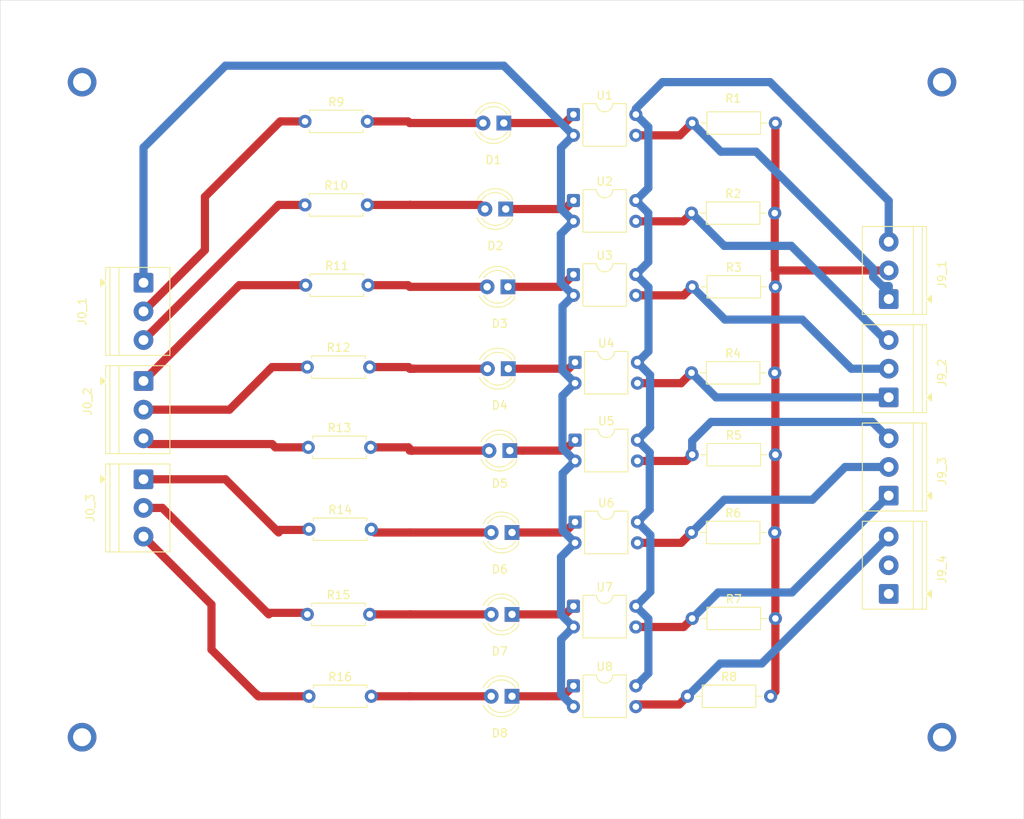
<source format=kicad_pcb>
(kicad_pcb (version 20241229) (generator "pcbnew") (generator_version "9.0")
  (layers (0 "F.Cu" signal) (2 "B.Cu" signal) (13 "F.Paste" user) (15 "B.Paste" user) (5 "F.SilkS" user "F.Silkscreen") (7 "B.SilkS" user "B.Silkscreen") (1 "F.Mask" user) (3 "B.Mask" user) (25 "Edge.Cuts" user))
  (net 0 "")
  (net 1 "Net-(D1-A)")
  (net 2 "Net-(D1-K)")
  (net 3 "Net-(D2-K)")
  (net 4 "Net-(D2-A)")
  (net 5 "Net-(D3-K)")
  (net 6 "Net-(D3-A)")
  (net 7 "Net-(D4-A)")
  (net 8 "Net-(D4-K)")
  (net 9 "Net-(D5-K)")
  (net 10 "Net-(D5-A)")
  (net 11 "Net-(D6-A)")
  (net 12 "Net-(D6-K)")
  (net 13 "Net-(D7-A)")
  (net 14 "Net-(D7-K)")
  (net 15 "Net-(D8-A)")
  (net 16 "Net-(D8-K)")
  (net 17 "Net-(J0_1-Pin_1)")
  (net 18 "Net-(J0_1-Pin_2)")
  (net 19 "Net-(J0_1-Pin_3)")
  (net 20 "Net-(J0_2-Pin_3)")
  (net 21 "Net-(J0_2-Pin_2)")
  (net 22 "Net-(J0_2-Pin_1)")
  (net 23 "Net-(J0_3-Pin_2)")
  (net 24 "Net-(J0_3-Pin_1)")
  (net 25 "Net-(J0_3-Pin_3)")
  (net 26 "Net-(J9_1-Pin_2)")
  (net 27 "Net-(J9_1-Pin_3)")
  (net 28 "Net-(J9_1-Pin_1)")
  (net 29 "Net-(J9_2-Pin_3)")
  (net 30 "Net-(J9_2-Pin_2)")
  (net 31 "Net-(J9_2-Pin_1)")
  (net 32 "Net-(J9_3-Pin_1)")
  (net 33 "Net-(J9_3-Pin_3)")
  (net 34 "Net-(J9_3-Pin_2)")
  (net 37 "Net-(J9_4-Pin_3)")
  (footprint "LED_THT:LED_D4.0mm" (layer "F.Cu") (at 172.5 115 180)
    (property "Reference" "D7" (at 1.5 -4.5 0) (layer "F.SilkS"))
    (property "Value" "LED" (hide yes))
    (pad "1" thru_hole rect (at 0 0 180) (size 1.8 1.8) (drill 0.9) (layers "*.Cu" "*.Mask") (net 14 "Net-(D7-K)"))
    (pad "2" thru_hole circle (at 2.54 0 180) (size 1.8 1.8) (drill 0.9) (layers "*.Cu" "*.Mask") (net 13 "Net-(D7-A)"))
  )
  (footprint "Package_DIP:DIP-4_W7.62mm" (layer "F.Cu") (at 180.195 84.225)
    (property "Reference" "U4" (at 3.81 -2.33 0) (layer "F.SilkS"))
    (property "Value" "TLP521-1" (hide yes))
    (pad "1" thru_hole roundrect (at 0 0) (size 1.6 1.6) (drill 0.8) (layers "*.Cu" "*.Mask") (roundrect_rratio 0.15625) (net 8 "Net-(D4-K)"))
    (pad "2" thru_hole circle (at 0 2.54) (size 1.6 1.6) (drill 0.8) (layers "*.Cu" "*.Mask") (net 17 "Net-(J0_1-Pin_1)"))
    (pad "3" thru_hole circle (at 7.62 2.54) (size 1.6 1.6) (drill 0.8) (layers "*.Cu" "*.Mask") (net 31 "Net-(J9_2-Pin_1)"))
    (pad "4" thru_hole circle (at 7.62 0) (size 1.6 1.6) (drill 0.8) (layers "*.Cu" "*.Mask") (net 27 "Net-(J9_1-Pin_3)"))
  )
  (footprint "MountingHole:MountingHole_2.2mm_M2_ISO7380_Pad" (layer "F.Cu") (at 120 130)
    (property "Reference" "H4" (hide yes))
    (property "Value" "MountingHole_2.2mm_M2_ISO7380_Pad" (hide yes))
    (pad "1" thru_hole circle (at 0 0) (size 3.5 3.5) (drill 2.2) (layers "*.Cu" "*.Mask"))
  )
  (footprint "Package_DIP:DIP-4_W7.62mm" (layer "F.Cu") (at 180 53.96)
    (property "Reference" "U1" (at 3.81 -2.33 0) (layer "F.SilkS"))
    (property "Value" "TLP521-1" (hide yes))
    (pad "1" thru_hole roundrect (at 0 0) (size 1.6 1.6) (drill 0.8) (layers "*.Cu" "*.Mask") (roundrect_rratio 0.15625) (net 2 "Net-(D1-K)"))
    (pad "2" thru_hole circle (at 0 2.54) (size 1.6 1.6) (drill 0.8) (layers "*.Cu" "*.Mask") (net 17 "Net-(J0_1-Pin_1)"))
    (pad "3" thru_hole circle (at 7.62 2.54) (size 1.6 1.6) (drill 0.8) (layers "*.Cu" "*.Mask") (net 28 "Net-(J9_1-Pin_1)"))
    (pad "4" thru_hole circle (at 7.62 0) (size 1.6 1.6) (drill 0.8) (layers "*.Cu" "*.Mask") (net 27 "Net-(J9_1-Pin_3)"))
  )
  (footprint "LED_THT:LED_D4.0mm" (layer "F.Cu") (at 171.73 65.5 180)
    (property "Reference" "D2" (at 1.27 -4.5 0) (layer "F.SilkS"))
    (property "Value" "LED" (hide yes))
    (pad "1" thru_hole rect (at 0 0 180) (size 1.8 1.8) (drill 0.9) (layers "*.Cu" "*.Mask") (net 3 "Net-(D2-K)"))
    (pad "2" thru_hole circle (at 2.54 0 180) (size 1.8 1.8) (drill 0.9) (layers "*.Cu" "*.Mask") (net 4 "Net-(D2-A)"))
  )
  (footprint "Resistor_THT:R_Axial_DIN0207_L6.3mm_D2.5mm_P10.16mm_Horizontal" (layer "F.Cu") (at 194.42 105)
    (property "Reference" "R6" (at 5.08 -2.37 0) (layer "F.SilkS"))
    (property "Value" "560 Ω   1/4 W" (hide yes))
    (pad "1" thru_hole circle (at 0 0) (size 1.6 1.6) (drill 0.8) (layers "*.Cu" "*.Mask") (net 34 "Net-(J9_3-Pin_2)"))
    (pad "2" thru_hole circle (at 10.16 0) (size 1.6 1.6) (drill 0.8) (layers "*.Cu" "*.Mask") (net 26 "Net-(J9_1-Pin_2)"))
  )
  (footprint "Resistor_THT:R_Axial_DIN0207_L6.3mm_D2.5mm_P10.16mm_Horizontal" (layer "F.Cu") (at 194.5 55)
    (property "Reference" "R1" (at 5 -3 0) (layer "F.SilkS"))
    (property "Value" "560 Ω   1/4 W" (hide yes))
    (pad "1" thru_hole circle (at 0 0) (size 1.6 1.6) (drill 0.8) (layers "*.Cu" "*.Mask") (net 28 "Net-(J9_1-Pin_1)"))
    (pad "2" thru_hole circle (at 10.16 0) (size 1.6 1.6) (drill 0.8) (layers "*.Cu" "*.Mask") (net 26 "Net-(J9_1-Pin_2)"))
  )
  (footprint "MountingHole:MountingHole_2.2mm_M2_ISO7380_Pad" (layer "F.Cu") (at 225 50)
    (property "Reference" "H2" (hide yes))
    (property "Value" "MountingHole_2.2mm_M2_ISO7380_Pad" (hide yes))
    (pad "1" thru_hole circle (at 0 0) (size 3.5 3.5) (drill 2.2) (layers "*.Cu" "*.Mask"))
  )
  (footprint "TerminalBlock_Phoenix:TerminalBlock_Phoenix_PT-1,5-3-3.5-H_1x03_P3.50mm_Horizontal" (layer "F.Cu") (at 218.5 88.5 90)
    (property "Reference" "J9_2" (at 3 6.5 90) (layer "F.SilkS"))
    (property "Value" "Screw_Terminal_01x03" (hide yes))
    (pad "1" thru_hole roundrect (at 0 0 90) (size 2.4 2.4) (drill 1.2) (layers "*.Cu" "*.Mask") (roundrect_rratio 0.104167) (net 31 "Net-(J9_2-Pin_1)"))
    (pad "2" thru_hole circle (at 3.5 0 90) (size 2.4 2.4) (drill 1.2) (layers "*.Cu" "*.Mask") (net 30 "Net-(J9_2-Pin_2)"))
    (pad "3" thru_hole circle (at 7 0 90) (size 2.4 2.4) (drill 1.2) (layers "*.Cu" "*.Mask") (net 29 "Net-(J9_2-Pin_3)"))
  )
  (footprint "LED_THT:LED_D4.0mm" (layer "F.Cu") (at 172.23 95 180)
    (property "Reference" "D5" (at 1.23 -4 0) (layer "F.SilkS"))
    (property "Value" "LED" (hide yes))
    (pad "1" thru_hole rect (at 0 0 180) (size 1.8 1.8) (drill 0.9) (layers "*.Cu" "*.Mask") (net 9 "Net-(D5-K)"))
    (pad "2" thru_hole circle (at 2.54 0 180) (size 1.8 1.8) (drill 0.9) (layers "*.Cu" "*.Mask") (net 10 "Net-(D5-A)"))
  )
  (footprint "TerminalBlock_Phoenix:TerminalBlock_Phoenix_PT-1,5-3-3.5-H_1x03_P3.50mm_Horizontal" (layer "F.Cu") (at 218.5 112.5 90)
    (property "Reference" "J9_4" (at 3 6.5 90) (layer "F.SilkS"))
    (property "Value" "Screw_Terminal_01x03" (hide yes))
    (pad "1" thru_hole roundrect (at 0 0 90) (size 2.4 2.4) (drill 1.2) (layers "*.Cu" "*.Mask") (roundrect_rratio 0.104167))
    (pad "2" thru_hole circle (at 3.5 0 90) (size 2.4 2.4) (drill 1.2) (layers "*.Cu" "*.Mask"))
    (pad "3" thru_hole circle (at 7 0 90) (size 2.4 2.4) (drill 1.2) (layers "*.Cu" "*.Mask") (net 37 "Net-(J9_4-Pin_3)"))
  )
  (footprint "MountingHole:MountingHole_2.2mm_M2_ISO7380_Pad" (layer "F.Cu") (at 120 50)
    (property "Reference" "H1" (hide yes))
    (property "Value" "MountingHole_2.2mm_M2_ISO7380_Pad" (hide yes))
    (pad "1" thru_hole circle (at 0 0) (size 3.5 3.5) (drill 2.2) (layers "*.Cu" "*.Mask"))
  )
  (footprint "Resistor_THT:R_Axial_DIN0207_L6.3mm_D2.5mm_P10.16mm_Horizontal" (layer "F.Cu") (at 194.5 75)
    (property "Reference" "R3" (at 5.08 -2.37 0) (layer "F.SilkS"))
    (property "Value" "560 Ω   1/4 W" (hide yes))
    (pad "1" thru_hole circle (at 0 0) (size 1.6 1.6) (drill 0.8) (layers "*.Cu" "*.Mask") (net 30 "Net-(J9_2-Pin_2)"))
    (pad "2" thru_hole circle (at 10.16 0) (size 1.6 1.6) (drill 0.8) (layers "*.Cu" "*.Mask") (net 26 "Net-(J9_1-Pin_2)"))
  )
  (footprint "Resistor_THT:R_Axial_DIN0207_L6.3mm_D2.5mm_P7.62mm_Horizontal" (layer "F.Cu") (at 147.5 84.8)
    (property "Reference" "R12" (at 3.81 -2.37 0) (layer "F.SilkS"))
    (property "Value" "R_US")
    (pad "1" thru_hole circle (at 0 0) (size 1.6 1.6) (drill 0.8) (layers "*.Cu" "*.Mask") (net 21 "Net-(J0_2-Pin_2)"))
    (pad "2" thru_hole circle (at 7.62 0) (size 1.6 1.6) (drill 0.8) (layers "*.Cu" "*.Mask") (net 7 "Net-(D4-A)"))
  )
  (footprint "Resistor_THT:R_Axial_DIN0207_L6.3mm_D2.5mm_P10.16mm_Horizontal" (layer "F.Cu") (at 194.5 115.5)
    (property "Reference" "R7" (at 5.08 -2.37 0) (layer "F.SilkS"))
    (property "Value" "560 Ω   1/4 W" (hide yes))
    (pad "1" thru_hole circle (at 0 0) (size 1.6 1.6) (drill 0.8) (layers "*.Cu" "*.Mask") (net 32 "Net-(J9_3-Pin_1)"))
    (pad "2" thru_hole circle (at 10.16 0) (size 1.6 1.6) (drill 0.8) (layers "*.Cu" "*.Mask") (net 26 "Net-(J9_1-Pin_2)"))
  )
  (footprint "Resistor_THT:R_Axial_DIN0207_L6.3mm_D2.5mm_P10.16mm_Horizontal" (layer "F.Cu") (at 194.42 66)
    (property "Reference" "R2" (at 5.08 -2.37 0) (layer "F.SilkS"))
    (property "Value" "560 Ω   1/4 W" (hide yes))
    (pad "1" thru_hole circle (at 0 0) (size 1.6 1.6) (drill 0.8) (layers "*.Cu" "*.Mask") (net 29 "Net-(J9_2-Pin_3)"))
    (pad "2" thru_hole circle (at 10.16 0) (size 1.6 1.6) (drill 0.8) (layers "*.Cu" "*.Mask") (net 26 "Net-(J9_1-Pin_2)"))
  )
  (footprint "TerminalBlock_Phoenix:TerminalBlock_Phoenix_PT-1,5-3-3.5-H_1x03_P3.50mm_Horizontal" (layer "F.Cu") (at 218.5 76.5 90)
    (property "Reference" "J9_1" (at 3 6.5 90) (layer "F.SilkS"))
    (property "Value" "Screw_Terminal_01x03" (hide yes))
    (pad "1" thru_hole roundrect (at 0 0 90) (size 2.4 2.4) (drill 1.2) (layers "*.Cu" "*.Mask") (roundrect_rratio 0.104167) (net 28 "Net-(J9_1-Pin_1)"))
    (pad "2" thru_hole circle (at 3.5 0 90) (size 2.4 2.4) (drill 1.2) (layers "*.Cu" "*.Mask") (net 26 "Net-(J9_1-Pin_2)"))
    (pad "3" thru_hole circle (at 7 0 90) (size 2.4 2.4) (drill 1.2) (layers "*.Cu" "*.Mask") (net 27 "Net-(J9_1-Pin_3)"))
  )
  (footprint "TerminalBlock_Phoenix:TerminalBlock_Phoenix_PT-1,5-3-3.5-H_1x03_P3.50mm_Horizontal" (layer "F.Cu") (at 127.5 98.5 -90)
    (property "Reference" "J0_3" (at 3.5 6.5 90) (layer "F.SilkS"))
    (property "Value" "Screw_Terminal_01x03" (hide yes))
    (pad "1" thru_hole roundrect (at 0 0 270) (size 2.4 2.4) (drill 1.2) (layers "*.Cu" "*.Mask") (roundrect_rratio 0.104167) (net 24 "Net-(J0_3-Pin_1)"))
    (pad "2" thru_hole circle (at 3.5 0 270) (size 2.4 2.4) (drill 1.2) (layers "*.Cu" "*.Mask") (net 23 "Net-(J0_3-Pin_2)"))
    (pad "3" thru_hole circle (at 7 0 270) (size 2.4 2.4) (drill 1.2) (layers "*.Cu" "*.Mask") (net 25 "Net-(J0_3-Pin_3)"))
  )
  (footprint "Resistor_THT:R_Axial_DIN0207_L6.3mm_D2.5mm_P10.16mm_Horizontal" (layer "F.Cu") (at 194.5 95.5)
    (property "Reference" "R5" (at 5.08 -2.37 0) (layer "F.SilkS"))
    (property "Value" "560 Ω   1/4 W" (hide yes))
    (pad "1" thru_hole circle (at 0 0) (size 1.6 1.6) (drill 0.8) (layers "*.Cu" "*.Mask") (net 33 "Net-(J9_3-Pin_3)"))
    (pad "2" thru_hole circle (at 10.16 0) (size 1.6 1.6) (drill 0.8) (layers "*.Cu" "*.Mask") (net 26 "Net-(J9_1-Pin_2)"))
  )
  (footprint "Resistor_THT:R_Axial_DIN0207_L6.3mm_D2.5mm_P10.16mm_Horizontal" (layer "F.Cu") (at 194.42 85.5)
    (property "Reference" "R4" (at 5.08 -2.37 0) (layer "F.SilkS"))
    (property "Value" "560 Ω   1/4 W" (hide yes))
    (pad "1" thru_hole circle (at 0 0) (size 1.6 1.6) (drill 0.8) (layers "*.Cu" "*.Mask") (net 31 "Net-(J9_2-Pin_1)"))
    (pad "2" thru_hole circle (at 10.16 0) (size 1.6 1.6) (drill 0.8) (layers "*.Cu" "*.Mask") (net 26 "Net-(J9_1-Pin_2)"))
  )
  (footprint "Resistor_THT:R_Axial_DIN0207_L6.3mm_D2.5mm_P10.16mm_Horizontal" (layer "F.Cu") (at 193.92 125)
    (property "Reference" "R8" (at 5.08 -2.37 0) (layer "F.SilkS"))
    (property "Value" "560 Ω   1/4 W" (hide yes))
    (pad "1" thru_hole circle (at 0 0) (size 1.6 1.6) (drill 0.8) (layers "*.Cu" "*.Mask") (net 37 "Net-(J9_4-Pin_3)"))
    (pad "2" thru_hole circle (at 10.16 0) (size 1.6 1.6) (drill 0.8) (layers "*.Cu" "*.Mask") (net 26 "Net-(J9_1-Pin_2)"))
  )
  (footprint "MountingHole:MountingHole_2.2mm_M2_ISO7380_Pad" (layer "F.Cu") (at 225 130)
    (property "Reference" "H3" (hide yes))
    (property "Value" "MountingHole_2.2mm_M2_ISO7380_Pad" (hide yes))
    (pad "1" thru_hole circle (at 0 0) (size 3.5 3.5) (drill 2.2) (layers "*.Cu" "*.Mask"))
  )
  (footprint "TerminalBlock_Phoenix:TerminalBlock_Phoenix_PT-1,5-3-3.5-H_1x03_P3.50mm_Horizontal" (layer "F.Cu") (at 127.5 74.5 -90)
    (property "Reference" "J0_1" (at 3.5 7.5 90) (layer "F.SilkS"))
    (property "Value" "Screw_Terminal_01x03" (hide yes))
    (pad "1" thru_hole roundrect (at 0 0 270) (size 2.4 2.4) (drill 1.2) (layers "*.Cu" "*.Mask") (roundrect_rratio 0.104167) (net 17 "Net-(J0_1-Pin_1)"))
    (pad "2" thru_hole circle (at 3.5 0 270) (size 2.4 2.4) (drill 1.2) (layers "*.Cu" "*.Mask") (net 18 "Net-(J0_1-Pin_2)"))
    (pad "3" thru_hole circle (at 7 0 270) (size 2.4 2.4) (drill 1.2) (layers "*.Cu" "*.Mask") (net 19 "Net-(J0_1-Pin_3)"))
  )
  (footprint "Package_DIP:DIP-4_W7.62mm" (layer "F.Cu") (at 180 64.46)
    (property "Reference" "U2" (at 3.81 -2.33 0) (layer "F.SilkS"))
    (property "Value" "TLP521-1" (hide yes))
    (pad "1" thru_hole roundrect (at 0 0) (size 1.6 1.6) (drill 0.8) (layers "*.Cu" "*.Mask") (roundrect_rratio 0.15625) (net 3 "Net-(D2-K)"))
    (pad "2" thru_hole circle (at 0 2.54) (size 1.6 1.6) (drill 0.8) (layers "*.Cu" "*.Mask") (net 17 "Net-(J0_1-Pin_1)"))
    (pad "3" thru_hole circle (at 7.62 2.54) (size 1.6 1.6) (drill 0.8) (layers "*.Cu" "*.Mask") (net 29 "Net-(J9_2-Pin_3)"))
    (pad "4" thru_hole circle (at 7.62 0) (size 1.6 1.6) (drill 0.8) (layers "*.Cu" "*.Mask") (net 27 "Net-(J9_1-Pin_3)"))
  )
  (footprint "LED_THT:LED_D4.0mm" (layer "F.Cu") (at 172 75 180)
    (property "Reference" "D3" (at 1 -4.5 0) (layer "F.SilkS"))
    (property "Value" "LED" (hide yes))
    (pad "1" thru_hole rect (at 0 0 180) (size 1.8 1.8) (drill 0.9) (layers "*.Cu" "*.Mask") (net 5 "Net-(D3-K)"))
    (pad "2" thru_hole circle (at 2.54 0 180) (size 1.8 1.8) (drill 0.9) (layers "*.Cu" "*.Mask") (net 6 "Net-(D3-A)"))
  )
  (footprint "Resistor_THT:R_Axial_DIN0207_L6.3mm_D2.5mm_P7.62mm_Horizontal" (layer "F.Cu") (at 147.7 104.6)
    (property "Reference" "R14" (at 3.81 -2.37 0) (layer "F.SilkS"))
    (property "Value" "R_US")
    (pad "1" thru_hole circle (at 0 0) (size 1.6 1.6) (drill 0.8) (layers "*.Cu" "*.Mask") (net 24 "Net-(J0_3-Pin_1)"))
    (pad "2" thru_hole circle (at 7.62 0) (size 1.6 1.6) (drill 0.8) (layers "*.Cu" "*.Mask") (net 11 "Net-(D6-A)"))
  )
  (footprint "Package_DIP:DIP-4_W7.62mm" (layer "F.Cu") (at 180.195 93.725)
    (property "Reference" "U5" (at 3.81 -2.33 0) (layer "F.SilkS"))
    (property "Value" "TLP521-1" (hide yes))
    (pad "1" thru_hole roundrect (at 0 0) (size 1.6 1.6) (drill 0.8) (layers "*.Cu" "*.Mask") (roundrect_rratio 0.15625) (net 9 "Net-(D5-K)"))
    (pad "2" thru_hole circle (at 0 2.54) (size 1.6 1.6) (drill 0.8) (layers "*.Cu" "*.Mask") (net 17 "Net-(J0_1-Pin_1)"))
    (pad "3" thru_hole circle (at 7.62 2.54) (size 1.6 1.6) (drill 0.8) (layers "*.Cu" "*.Mask") (net 33 "Net-(J9_3-Pin_3)"))
    (pad "4" thru_hole circle (at 7.62 0) (size 1.6 1.6) (drill 0.8) (layers "*.Cu" "*.Mask") (net 27 "Net-(J9_1-Pin_3)"))
  )
  (footprint "Package_DIP:DIP-4_W7.62mm" (layer "F.Cu") (at 180 123.725)
    (property "Reference" "U8" (at 3.81 -2.33 0) (layer "F.SilkS"))
    (property "Value" "TLP521-1" (hide yes))
    (pad "1" thru_hole roundrect (at 0 0) (size 1.6 1.6) (drill 0.8) (layers "*.Cu" "*.Mask") (roundrect_rratio 0.15625) (net 16 "Net-(D8-K)"))
    (pad "2" thru_hole circle (at 0 2.54) (size 1.6 1.6) (drill 0.8) (layers "*.Cu" "*.Mask") (net 17 "Net-(J0_1-Pin_1)"))
    (pad "3" thru_hole circle (at 7.62 2.54) (size 1.6 1.6) (drill 0.8) (layers "*.Cu" "*.Mask") (net 37 "Net-(J9_4-Pin_3)"))
    (pad "4" thru_hole circle (at 7.62 0) (size 1.6 1.6) (drill 0.8) (layers "*.Cu" "*.Mask") (net 27 "Net-(J9_1-Pin_3)"))
  )
  (footprint "Resistor_THT:R_Axial_DIN0207_L6.3mm_D2.5mm_P7.62mm_Horizontal" (layer "F.Cu") (at 147.62 94.6)
    (property "Reference" "R13" (at 3.81 -2.37 0) (layer "F.SilkS"))
    (property "Value" "R_US")
    (pad "1" thru_hole circle (at 0 0) (size 1.6 1.6) (drill 0.8) (layers "*.Cu" "*.Mask") (net 20 "Net-(J0_2-Pin_3)"))
    (pad "2" thru_hole circle (at 7.62 0) (size 1.6 1.6) (drill 0.8) (layers "*.Cu" "*.Mask") (net 10 "Net-(D5-A)"))
  )
  (footprint "Package_DIP:DIP-4_W7.62mm" (layer "F.Cu") (at 180 114)
    (property "Reference" "U7" (at 3.81 -2.33 0) (layer "F.SilkS"))
    (property "Value" "TLP521-1" (hide yes))
    (pad "1" thru_hole roundrect (at 0 0) (size 1.6 1.6) (drill 0.8) (layers "*.Cu" "*.Mask") (roundrect_rratio 0.15625) (net 14 "Net-(D7-K)"))
    (pad "2" thru_hole circle (at 0 2.54) (size 1.6 1.6) (drill 0.8) (layers "*.Cu" "*.Mask") (net 17 "Net-(J0_1-Pin_1)"))
    (pad "3" thru_hole circle (at 7.62 2.54) (size 1.6 1.6) (drill 0.8) (layers "*.Cu" "*.Mask") (net 32 "Net-(J9_3-Pin_1)"))
    (pad "4" thru_hole circle (at 7.62 0) (size 1.6 1.6) (drill 0.8) (layers "*.Cu" "*.Mask") (net 27 "Net-(J9_1-Pin_3)"))
  )
  (footprint "Package_DIP:DIP-4_W7.62mm" (layer "F.Cu") (at 180 73.5)
    (property "Reference" "U3" (at 3.81 -2.33 0) (layer "F.SilkS"))
    (property "Value" "TLP521-1" (hide yes))
    (pad "1" thru_hole roundrect (at 0 0) (size 1.6 1.6) (drill 0.8) (layers "*.Cu" "*.Mask") (roundrect_rratio 0.15625) (net 5 "Net-(D3-K)"))
    (pad "2" thru_hole circle (at 0 2.54) (size 1.6 1.6) (drill 0.8) (layers "*.Cu" "*.Mask") (net 17 "Net-(J0_1-Pin_1)"))
    (pad "3" thru_hole circle (at 7.62 2.54) (size 1.6 1.6) (drill 0.8) (layers "*.Cu" "*.Mask") (net 30 "Net-(J9_2-Pin_2)"))
    (pad "4" thru_hole circle (at 7.62 0) (size 1.6 1.6) (drill 0.8) (layers "*.Cu" "*.Mask") (net 27 "Net-(J9_1-Pin_3)"))
  )
  (footprint "LED_THT:LED_D4.0mm" (layer "F.Cu") (at 172.04 85 180)
    (property "Reference" "D4" (at 1.04 -4.47 0) (layer "F.SilkS"))
    (property "Value" "LED" (hide yes))
    (pad "1" thru_hole rect (at 0 0 180) (size 1.8 1.8) (drill 0.9) (layers "*.Cu" "*.Mask") (net 8 "Net-(D4-K)"))
    (pad "2" thru_hole circle (at 2.54 0 180) (size 1.8 1.8) (drill 0.9) (layers "*.Cu" "*.Mask") (net 7 "Net-(D4-A)"))
  )
  (footprint "LED_THT:LED_D4.0mm" (layer "F.Cu") (at 172.5 105 180)
    (property "Reference" "D6" (at 1.5 -4.5 0) (layer "F.SilkS"))
    (property "Value" "LED" (hide yes))
    (pad "1" thru_hole rect (at 0 0 180) (size 1.8 1.8) (drill 0.9) (layers "*.Cu" "*.Mask") (net 12 "Net-(D6-K)"))
    (pad "2" thru_hole circle (at 2.54 0 180) (size 1.8 1.8) (drill 0.9) (layers "*.Cu" "*.Mask") (net 11 "Net-(D6-A)"))
  )
  (footprint "LED_THT:LED_D4.0mm" (layer "F.Cu") (at 172.5 125 180)
    (property "Reference" "D8" (at 1.5 -4.5 0) (layer "F.SilkS"))
    (property "Value" "LED" (hide yes))
    (pad "1" thru_hole rect (at 0 0 180) (size 1.8 1.8) (drill 0.9) (layers "*.Cu" "*.Mask") (net 16 "Net-(D8-K)"))
    (pad "2" thru_hole circle (at 2.54 0 180) (size 1.8 1.8) (drill 0.9) (layers "*.Cu" "*.Mask") (net 15 "Net-(D8-A)"))
  )
  (footprint "TerminalBlock_Phoenix:TerminalBlock_Phoenix_PT-1,5-3-3.5-H_1x03_P3.50mm_Horizontal" (layer "F.Cu") (at 127.5 86.5 -90)
    (property "Reference" "J0_2" (at 2.5 6.8325 90) (layer "F.SilkS"))
    (property "Value" "Screw_Terminal_01x03" (hide yes))
    (pad "1" thru_hole roundrect (at 0 0 270) (size 2.4 2.4) (drill 1.2) (layers "*.Cu" "*.Mask") (roundrect_rratio 0.104167) (net 22 "Net-(J0_2-Pin_1)"))
    (pad "2" thru_hole circle (at 3.5 0 270) (size 2.4 2.4) (drill 1.2) (layers "*.Cu" "*.Mask") (net 21 "Net-(J0_2-Pin_2)"))
    (pad "3" thru_hole circle (at 7 0 270) (size 2.4 2.4) (drill 1.2) (layers "*.Cu" "*.Mask") (net 20 "Net-(J0_2-Pin_3)"))
  )
  (footprint "TerminalBlock_Phoenix:TerminalBlock_Phoenix_PT-1,5-3-3.5-H_1x03_P3.50mm_Horizontal" (layer "F.Cu") (at 218.5 100.5 90)
    (property "Reference" "J9_3" (at 3 6.5 90) (layer "F.SilkS"))
    (property "Value" "Screw_Terminal_01x03" (hide yes))
    (pad "1" thru_hole roundrect (at 0 0 90) (size 2.4 2.4) (drill 1.2) (layers "*.Cu" "*.Mask") (roundrect_rratio 0.104167) (net 32 "Net-(J9_3-Pin_1)"))
    (pad "2" thru_hole circle (at 3.5 0 90) (size 2.4 2.4) (drill 1.2) (layers "*.Cu" "*.Mask") (net 34 "Net-(J9_3-Pin_2)"))
    (pad "3" thru_hole circle (at 7 0 90) (size 2.4 2.4) (drill 1.2) (layers "*.Cu" "*.Mask") (net 33 "Net-(J9_3-Pin_3)"))
  )
  (footprint "LED_THT:LED_D4.0mm" (layer "F.Cu") (at 171.5 55 180)
    (property "Reference" "D1" (at 1.27 -4.5 0) (layer "F.SilkS"))
    (property "Value" "LED" (hide yes))
    (pad "1" thru_hole rect (at 0 0 180) (size 1.8 1.8) (drill 0.9) (layers "*.Cu" "*.Mask") (net 2 "Net-(D1-K)"))
    (pad "2" thru_hole circle (at 2.54 0 180) (size 1.8 1.8) (drill 0.9) (layers "*.Cu" "*.Mask") (net 1 "Net-(D1-A)"))
  )
  (footprint "Resistor_THT:R_Axial_DIN0207_L6.3mm_D2.5mm_P7.62mm_Horizontal" (layer "F.Cu") (at 147.22 54.8)
    (property "Reference" "R9" (at 3.81 -2.37 0) (layer "F.SilkS"))
    (property "Value" "R_US")
    (pad "1" thru_hole circle (at 0 0) (size 1.6 1.6) (drill 0.8) (layers "*.Cu" "*.Mask") (net 18 "Net-(J0_1-Pin_2)"))
    (pad "2" thru_hole circle (at 7.62 0) (size 1.6 1.6) (drill 0.8) (layers "*.Cu" "*.Mask") (net 1 "Net-(D1-A)"))
  )
  (footprint "Resistor_THT:R_Axial_DIN0207_L6.3mm_D2.5mm_P7.62mm_Horizontal" (layer "F.Cu") (at 147.7 125)
    (property "Reference" "R16" (at 3.81 -2.37 0) (layer "F.SilkS"))
    (property "Value" "R_US")
    (pad "1" thru_hole circle (at 0 0) (size 1.6 1.6) (drill 0.8) (layers "*.Cu" "*.Mask") (net 25 "Net-(J0_3-Pin_3)"))
    (pad "2" thru_hole circle (at 7.62 0) (size 1.6 1.6) (drill 0.8) (layers "*.Cu" "*.Mask") (net 15 "Net-(D8-A)"))
  )
  (footprint "Resistor_THT:R_Axial_DIN0207_L6.3mm_D2.5mm_P7.62mm_Horizontal" (layer "F.Cu") (at 147.3 74.8)
    (property "Reference" "R11" (at 3.81 -2.37 0) (layer "F.SilkS"))
    (property "Value" "R_US")
    (pad "1" thru_hole circle (at 0 0) (size 1.6 1.6) (drill 0.8) (layers "*.Cu" "*.Mask") (net 22 "Net-(J0_2-Pin_1)"))
    (pad "2" thru_hole circle (at 7.62 0) (size 1.6 1.6) (drill 0.8) (layers "*.Cu" "*.Mask") (net 6 "Net-(D3-A)"))
  )
  (footprint "Resistor_THT:R_Axial_DIN0207_L6.3mm_D2.5mm_P7.62mm_Horizontal" (layer "F.Cu") (at 147.5 115)
    (property "Reference" "R15" (at 3.81 -2.37 0) (layer "F.SilkS"))
    (property "Value" "R_US")
    (pad "1" thru_hole circle (at 0 0) (size 1.6 1.6) (drill 0.8) (layers "*.Cu" "*.Mask") (net 23 "Net-(J0_3-Pin_2)"))
    (pad "2" thru_hole circle (at 7.62 0) (size 1.6 1.6) (drill 0.8) (layers "*.Cu" "*.Mask") (net 13 "Net-(D7-A)"))
  )
  (footprint "Resistor_THT:R_Axial_DIN0207_L6.3mm_D2.5mm_P7.62mm_Horizontal" (layer "F.Cu") (at 147.22 65)
    (property "Reference" "R10" (at 3.81 -2.37 0) (layer "F.SilkS"))
    (property "Value" "R_US")
    (pad "1" thru_hole circle (at 0 0) (size 1.6 1.6) (drill 0.8) (layers "*.Cu" "*.Mask") (net 19 "Net-(J0_1-Pin_3)"))
    (pad "2" thru_hole circle (at 7.62 0) (size 1.6 1.6) (drill 0.8) (layers "*.Cu" "*.Mask") (net 4 "Net-(D2-A)"))
  )
  (footprint "Package_DIP:DIP-4_W7.62mm" (layer "F.Cu") (at 180.195 103.725)
    (property "Reference" "U6" (at 3.81 -2.33 0) (layer "F.SilkS"))
    (property "Value" "TLP521-1" (hide yes))
    (pad "1" thru_hole roundrect (at 0 0) (size 1.6 1.6) (drill 0.8) (layers "*.Cu" "*.Mask") (roundrect_rratio 0.15625) (net 12 "Net-(D6-K)"))
    (pad "2" thru_hole circle (at 0 2.54) (size 1.6 1.6) (drill 0.8) (layers "*.Cu" "*.Mask") (net 17 "Net-(J0_1-Pin_1)"))
    (pad "3" thru_hole circle (at 7.62 2.54) (size 1.6 1.6) (drill 0.8) (layers "*.Cu" "*.Mask") (net 34 "Net-(J9_3-Pin_2)"))
    (pad "4" thru_hole circle (at 7.62 0) (size 1.6 1.6) (drill 0.8) (layers "*.Cu" "*.Mask") (net 27 "Net-(J9_1-Pin_3)"))
  )
  (gr_rect (start 110 40) (end 235 140) (stroke (width 0.05)) (fill no) (layer "Edge.Cuts"))
  (segment (start 159.8 54.8) (end 160 55) (width 1) (layer "F.Cu") (net 1))
  (segment (start 160 55) (end 168.96 55) (width 1) (layer "F.Cu") (net 1))
  (segment (start 154.84 54.8) (end 159.8 54.8) (width 1) (layer "F.Cu") (net 1))
  (segment (start 178.96 55) (end 180 53.96) (width 1) (layer "F.Cu") (net 2))
  (segment (start 171.5 55) (end 178.96 55) (width 1) (layer "F.Cu") (net 2))
  (segment (start 178.96 65.5) (end 180 64.46) (width 1) (layer "F.Cu") (net 3))
  (segment (start 171.73 65.5) (end 178.96 65.5) (width 1) (layer "F.Cu") (net 3))
  (segment (start 168.69 65) (end 169.19 65.5) (width 1) (layer "F.Cu") (net 4))
  (segment (start 154.84 65) (end 160.0089 65) (width 1) (layer "F.Cu") (net 4))
  (segment (start 160.0089 65) (end 160.0905 65) (width 1) (layer "F.Cu") (net 4))
  (segment (start 160.0089 65) (end 168.69 65) (width 1) (layer "F.Cu") (net 4))
  (segment (start 160 65) (end 160.0089 65) (width 1) (layer "F.Cu") (net 4))
  (segment (start 178.5 75) (end 180 73.5) (width 1) (layer "F.Cu") (net 5))
  (segment (start 172 75) (end 178.5 75) (width 1) (layer "F.Cu") (net 5))
  (segment (start 154.92 74.8) (end 159.8 74.8) (width 1) (layer "F.Cu") (net 6))
  (segment (start 159.8 74.8) (end 160 75) (width 1) (layer "F.Cu") (net 6))
  (segment (start 160 75) (end 169.46 75) (width 1) (layer "F.Cu") (net 6))
  (segment (start 160.0706 85) (end 160.5433 85) (width 1) (layer "F.Cu") (net 7))
  (segment (start 160.0706 85) (end 169.5 85) (width 1) (layer "F.Cu") (net 7))
  (segment (start 155.12 84.8) (end 159.8706 84.8) (width 1) (layer "F.Cu") (net 7))
  (segment (start 160 85) (end 160.0706 85) (width 1) (layer "F.Cu") (net 7))
  (segment (start 159.8706 84.8) (end 160.0706 85) (width 1) (layer "F.Cu") (net 7))
  (segment (start 179.42 85) (end 180.195 84.225) (width 1) (layer "F.Cu") (net 8))
  (segment (start 172.04 85) (end 179.42 85) (width 1) (layer "F.Cu") (net 8))
  (segment (start 173.832 95) (end 178.92 95) (width 1) (layer "F.Cu") (net 9))
  (segment (start 172.23 95) (end 173.832 95) (width 1) (layer "F.Cu") (net 9))
  (segment (start 178.92 95) (end 180.195 93.725) (width 1) (layer "F.Cu") (net 9))
  (segment (start 160.2519 95) (end 169.69 95) (width 1) (layer "F.Cu") (net 10))
  (segment (start 160.2519 95) (end 160.3622 95) (width 1) (layer "F.Cu") (net 10))
  (segment (start 155.24 94.6) (end 159.8519 94.6) (width 1) (layer "F.Cu") (net 10))
  (segment (start 160 95) (end 160.2519 95) (width 1) (layer "F.Cu") (net 10))
  (segment (start 159.8519 94.6) (end 160.2519 95) (width 1) (layer "F.Cu") (net 10))
  (segment (start 155.72 105) (end 160 105) (width 1) (layer "F.Cu") (net 11))
  (segment (start 155.32 104.6) (end 155.72 105) (width 1) (layer "F.Cu") (net 11))
  (segment (start 160.1811 105) (end 169.96 105) (width 1) (layer "F.Cu") (net 11))
  (segment (start 160 105) (end 160.1811 105) (width 1) (layer "F.Cu") (net 11))
  (segment (start 172.5 105) (end 178.92 105) (width 1) (layer "F.Cu") (net 12))
  (segment (start 178.92 105) (end 180.195 103.725) (width 1) (layer "F.Cu") (net 12))
  (segment (start 155.12 115) (end 160.1811 115) (width 1) (layer "F.Cu") (net 13))
  (segment (start 160 115) (end 169.96 115) (width 1) (layer "F.Cu") (net 13))
  (segment (start 172.5 115) (end 179 115) (width 1) (layer "F.Cu") (net 14))
  (segment (start 179 115) (end 180 114) (width 1) (layer "F.Cu") (net 14))
  (segment (start 160 125) (end 169.96 125) (width 1) (layer "F.Cu") (net 15))
  (segment (start 155.32 125) (end 160 125) (width 1) (layer "F.Cu") (net 15))
  (segment (start 178.725 125) (end 180 123.725) (width 1) (layer "F.Cu") (net 16))
  (segment (start 172.5 125) (end 178.725 125) (width 1) (layer "F.Cu") (net 16))
  (segment (start 178.664 85.2335) (end 180.195 86.765) (width 1) (layer "B.Cu") (net 17))
  (segment (start 178.493 124.758) (end 180 126.265) (width 1) (layer "B.Cu") (net 17))
  (segment (start 127.5 74.5) (end 127.5 58) (width 1) (layer "B.Cu") (net 17))
  (segment (start 180 67) (end 178.458 68.5415) (width 1) (layer "B.Cu") (net 17))
  (segment (start 137.5 48) (end 171.5 48) (width 1) (layer "B.Cu") (net 17))
  (segment (start 178.479 107.981) (end 178.479 115.019) (width 1) (layer "B.Cu") (net 17))
  (segment (start 178.683 104.753) (end 180.195 106.265) (width 1) (layer "B.Cu") (net 17))
  (segment (start 178.479 115.019) (end 180 116.54) (width 1) (layer "B.Cu") (net 17))
  (segment (start 180.195 86.765) (end 178.662 88.2977) (width 1) (layer "B.Cu") (net 17))
  (segment (start 178.479 65.4788) (end 180 67) (width 1) (layer "B.Cu") (net 17))
  (segment (start 178.479 58.0212) (end 178.479 65.4788) (width 1) (layer "B.Cu") (net 17))
  (segment (start 178.662 88.2977) (end 178.662 94.7323) (width 1) (layer "B.Cu") (net 17))
  (segment (start 180.195 96.265) (end 178.683 97.7774) (width 1) (layer "B.Cu") (net 17))
  (segment (start 178.664 77.3765) (end 178.664 85.2335) (width 1) (layer "B.Cu") (net 17))
  (segment (start 178.662 94.7323) (end 180.195 96.265) (width 1) (layer "B.Cu") (net 17))
  (segment (start 180 76.04) (end 178.664 77.3765) (width 1) (layer "B.Cu") (net 17))
  (segment (start 178.458 68.5415) (end 178.458 74.4985) (width 1) (layer "B.Cu") (net 17))
  (segment (start 178.493 118.047) (end 178.493 124.758) (width 1) (layer "B.Cu") (net 17))
  (segment (start 127.5 58) (end 137.5 48) (width 1) (layer "B.Cu") (net 17))
  (segment (start 180.195 106.265) (end 178.479 107.981) (width 1) (layer "B.Cu") (net 17))
  (segment (start 178.458 74.4985) (end 180 76.04) (width 1) (layer "B.Cu") (net 17))
  (segment (start 180 56.5) (end 178.479 58.0212) (width 1) (layer "B.Cu") (net 17))
  (segment (start 180 116.54) (end 178.493 118.047) (width 1) (layer "B.Cu") (net 17))
  (segment (start 171.5 48) (end 180 56.5) (width 1) (layer "B.Cu") (net 17))
  (segment (start 178.683 97.7774) (end 178.683 104.753) (width 1) (layer "B.Cu") (net 17))
  (segment (start 135 70.5) (end 127.5 78) (width 1) (layer "F.Cu") (net 18))
  (segment (start 135 64) (end 135 70.5) (width 1) (layer "F.Cu") (net 18))
  (segment (start 144 55) (end 143.4642 55.5358) (width 1) (layer "F.Cu") (net 18))
  (segment (start 144.2 54.8) (end 144 55) (width 1) (layer "F.Cu") (net 18))
  (segment (start 143.4642 55.5358) (end 135 64) (width 1) (layer "F.Cu") (net 18))
  (segment (start 147.22 54.8) (end 144.2 54.8) (width 1) (layer "F.Cu") (net 18))
  (segment (start 147.22 65) (end 144 65) (width 1) (layer "F.Cu") (net 19))
  (segment (start 144 65) (end 143.6652 65.3348) (width 1) (layer "F.Cu") (net 19))
  (segment (start 127.5 81.5) (end 144 65) (width 1) (layer "F.Cu") (net 19))
  (segment (start 128.2 94.2) (end 143.2 94.2) (width 1) (layer "F.Cu") (net 20))
  (segment (start 143.6 94.6) (end 147.62 94.6) (width 1) (layer "F.Cu") (net 20))
  (segment (start 143.2 94.2) (end 143.6 94.6) (width 1) (layer "F.Cu") (net 20))
  (segment (start 127.5 93.5) (end 128.2 94.2) (width 1) (layer "F.Cu") (net 20))
  (segment (start 143.2 84.8) (end 143 85) (width 1) (layer "F.Cu") (net 21))
  (segment (start 142.9333 85.0667) (end 143 85) (width 1) (layer "F.Cu") (net 21))
  (segment (start 138 90) (end 142.9333 85.0667) (width 1) (layer "F.Cu") (net 21))
  (segment (start 127.5 90) (end 138 90) (width 1) (layer "F.Cu") (net 21))
  (segment (start 147.5 84.8) (end 143.2 84.8) (width 1) (layer "F.Cu") (net 21))
  (segment (start 139.2 74.8) (end 139 75) (width 1) (layer "F.Cu") (net 22))
  (segment (start 139 75) (end 138.9214 75.0786) (width 1) (layer "F.Cu") (net 22))
  (segment (start 147.3 74.8) (end 139.2 74.8) (width 1) (layer "F.Cu") (net 22))
  (segment (start 138.9214 75.0786) (end 127.5 86.5) (width 1) (layer "F.Cu") (net 22))
  (segment (start 129.8 102) (end 127.5 102) (width 1) (layer "F.Cu") (net 23))
  (segment (start 142.6125 114.8125) (end 147.3125 114.8125) (width 1) (layer "F.Cu") (net 23))
  (segment (start 142.6125 114.8125) (end 129.8 102) (width 1) (layer "F.Cu") (net 23))
  (segment (start 147.3125 114.8125) (end 147.5 115) (width 1) (layer "F.Cu") (net 23))
  (segment (start 142.8 115) (end 142.6125 114.8125) (width 1) (layer "F.Cu") (net 23))
  (segment (start 127.5 98.5) (end 137.5 98.5) (width 1) (layer "F.Cu") (net 24))
  (segment (start 143.6851 104.6851) (end 144 105) (width 1) (layer "F.Cu") (net 24))
  (segment (start 143.6851 104.6851) (end 147.6149 104.6851) (width 1) (layer "F.Cu") (net 24))
  (segment (start 137.5 98.5) (end 143.6851 104.6851) (width 1) (layer "F.Cu") (net 24))
  (segment (start 147.6149 104.6851) (end 147.7 104.6) (width 1) (layer "F.Cu") (net 24))
  (segment (start 141.3856 124.8087) (end 141.3088 124.8087) (width 1) (layer "F.Cu") (net 25))
  (segment (start 135.8 119.3) (end 141.3088 124.8087) (width 1) (layer "F.Cu") (net 25))
  (segment (start 127.5 105.5) (end 135.8 113.8) (width 1) (layer "F.Cu") (net 25))
  (segment (start 141.5769 125) (end 141.3856 124.8087) (width 1) (layer "F.Cu") (net 25))
  (segment (start 135.8 113.8) (end 135.8 119.3) (width 1) (layer "F.Cu") (net 25))
  (segment (start 141.3088 124.8087) (end 141.5 125) (width 1) (layer "F.Cu") (net 25))
  (segment (start 147.7 125) (end 141.5769 125) (width 1) (layer "F.Cu") (net 25))
  (segment (start 204.66 105.08) (end 204.66 115.5) (width 1) (layer "F.Cu") (net 26))
  (segment (start 204.58 85.5) (end 204.66 85.58) (width 1) (layer "F.Cu") (net 26))
  (segment (start 204.66 115.5) (end 204.66 124.42) (width 1) (layer "F.Cu") (net 26))
  (segment (start 204.66 55) (end 204.66 65.92) (width 1) (layer "F.Cu") (net 26))
  (segment (start 204.66 73) (end 204.58 72.92) (width 1) (layer "F.Cu") (net 26))
  (segment (start 204.66 85.42) (end 204.58 85.5) (width 1) (layer "F.Cu") (net 26))
  (segment (start 204.66 104.92) (end 204.58 105) (width 1) (layer "F.Cu") (net 26))
  (segment (start 204.66 73) (end 204.66 75) (width 1) (layer "F.Cu") (net 26))
  (segment (start 204.58 72.92) (end 204.58 66) (width 1) (layer "F.Cu") (net 26))
  (segment (start 204.66 124.42) (end 204.08 125) (width 1) (layer "F.Cu") (net 26))
  (segment (start 218.5 73) (end 204.66 73) (width 1) (layer "F.Cu") (net 26))
  (segment (start 204.66 65.92) (end 204.58 66) (width 1) (layer "F.Cu") (net 26))
  (segment (start 204.66 95.5) (end 204.66 104.92) (width 1) (layer "F.Cu") (net 26))
  (segment (start 204.58 105) (end 204.66 105.08) (width 1) (layer "F.Cu") (net 26))
  (segment (start 204.66 75) (end 204.66 85.42) (width 1) (layer "F.Cu") (net 26))
  (segment (start 204.66 85.58) (end 204.66 95.5) (width 1) (layer "F.Cu") (net 26))
  (segment (start 187.62 114) (end 189.152 115.532) (width 1) (layer "B.Cu") (net 27))
  (segment (start 187.62 53.246) (end 187.62 53.96) (width 0.2) (layer "B.Cu") (net 27))
  (segment (start 189.391 112.229) (end 187.62 114) (width 1) (layer "B.Cu") (net 27))
  (segment (start 189.317 102.223) (end 187.815 103.725) (width 1) (layer "B.Cu") (net 27))
  (segment (start 187.62 64.46) (end 189.138 65.9782) (width 1) (layer "B.Cu") (net 27))
  (segment (start 189.145 55.4847) (end 189.145 62.9353) (width 1) (layer "B.Cu") (net 27))
  (segment (start 189.138 71.9818) (end 187.62 73.5) (width 1) (layer "B.Cu") (net 27))
  (segment (start 187.815 93.725) (end 189.317 95.2267) (width 1) (layer "B.Cu") (net 27))
  (segment (start 187.815 84.225) (end 189.355 85.7649) (width 1) (layer "B.Cu") (net 27))
  (segment (start 189.165 82.8751) (end 187.815 84.225) (width 1) (layer "B.Cu") (net 27))
  (segment (start 190.866 50) (end 187.62 53.246) (width 1) (layer "B.Cu") (net 27))
  (segment (start 187.62 73.5) (end 189.165 75.0449) (width 1) (layer "B.Cu") (net 27))
  (segment (start 187.62 53.96) (end 189.145 55.4847) (width 1) (layer "B.Cu") (net 27))
  (segment (start 189.145 62.9353) (end 187.62 64.46) (width 1) (layer "B.Cu") (net 27))
  (segment (start 189.355 92.1851) (end 187.815 93.725) (width 1) (layer "B.Cu") (net 27))
  (segment (start 189.152 115.532) (end 189.152 122.193) (width 1) (layer "B.Cu") (net 27))
  (segment (start 204 50) (end 190.866 50) (width 1) (layer "B.Cu") (net 27))
  (segment (start 218.5 64.5) (end 204 50) (width 1) (layer "B.Cu") (net 27))
  (segment (start 189.317 95.2267) (end 189.317 102.223) (width 1) (layer "B.Cu") (net 27))
  (segment (start 189.355 85.7649) (end 189.355 92.1851) (width 1) (layer "B.Cu") (net 27))
  (segment (start 187.815 103.725) (end 189.391 105.301) (width 1) (layer "B.Cu") (net 27))
  (segment (start 189.391 105.301) (end 189.391 112.229) (width 1) (layer "B.Cu") (net 27))
  (segment (start 189.165 75.0449) (end 189.165 82.8751) (width 1) (layer "B.Cu") (net 27))
  (segment (start 218.5 69.5) (end 218.5 64.5) (width 1) (layer "B.Cu") (net 27))
  (segment (start 189.138 65.9782) (end 189.138 71.9818) (width 1) (layer "B.Cu") (net 27))
  (segment (start 189.152 122.193) (end 187.62 123.725) (width 1) (layer "B.Cu") (net 27))
  (segment (start 187.62 56.5) (end 193 56.5) (width 1) (layer "F.Cu") (net 28))
  (segment (start 193 56.5) (end 194.5 55) (width 1) (layer "F.Cu") (net 28))
  (segment (start 198 58.5) (end 194.5 55) (width 1) (layer "B.Cu") (net 28))
  (segment (start 218.5 76.5) (end 218.5 74.901) (width 1) (layer "B.Cu") (net 28))
  (segment (start 202.3 58.5) (end 198 58.5) (width 1) (layer "B.Cu") (net 28))
  (segment (start 216.599 73.7874) (end 216.599 72.799) (width 1) (layer "B.Cu") (net 28))
  (segment (start 218.5 74.901) (end 217.713 74.901) (width 1) (layer "B.Cu") (net 28))
  (segment (start 217.713 74.901) (end 216.599 73.7874) (width 1) (layer "B.Cu") (net 28))
  (segment (start 216.599 72.799) (end 202.3 58.5) (width 1) (layer "B.Cu") (net 28))
  (segment (start 187.62 67) (end 193.42 67) (width 1) (layer "F.Cu") (net 29))
  (segment (start 193.42 67) (end 194.42 66) (width 1) (layer "F.Cu") (net 29))
  (segment (start 218.1 81.5) (end 206.6 70) (width 1) (layer "B.Cu") (net 29))
  (segment (start 198.42 70) (end 194.42 66) (width 1) (layer "B.Cu") (net 29))
  (segment (start 206.6 70) (end 198.42 70) (width 1) (layer "B.Cu") (net 29))
  (segment (start 218.5 81.5) (end 218.1 81.5) (width 1) (layer "B.Cu") (net 29))
  (segment (start 193.46 76.04) (end 194.5 75) (width 1) (layer "F.Cu") (net 30))
  (segment (start 187.62 76.04) (end 193.46 76.04) (width 1) (layer "F.Cu") (net 30))
  (segment (start 218.5 85) (end 213.935 85) (width 1) (layer "B.Cu") (net 30))
  (segment (start 198.5 79) (end 194.5 75) (width 1) (layer "B.Cu") (net 30))
  (segment (start 213.935 85) (end 207.935 79) (width 1) (layer "B.Cu") (net 30))
  (segment (start 207.935 79) (end 198.5 79) (width 1) (layer "B.Cu") (net 30))
  (segment (start 187.815 86.765) (end 193.155 86.765) (width 1) (layer "F.Cu") (net 31))
  (segment (start 193.155 86.765) (end 194.42 85.5) (width 1) (layer "F.Cu") (net 31))
  (segment (start 218.5 88.5) (end 197.42 88.5) (width 1) (layer "B.Cu") (net 31))
  (segment (start 197.42 88.5) (end 194.42 85.5) (width 1) (layer "B.Cu") (net 31))
  (segment (start 187.62 116.54) (end 193.46 116.54) (width 1) (layer "F.Cu") (net 32))
  (segment (start 193.46 116.54) (end 194.5 115.5) (width 1) (layer "F.Cu") (net 32))
  (segment (start 197.677 112.323) (end 194.5 115.5) (width 1) (layer "B.Cu") (net 32))
  (segment (start 206.677 112.323) (end 197.677 112.323) (width 1) (layer "B.Cu") (net 32))
  (segment (start 218.5 100.5) (end 206.677 112.323) (width 1) (layer "B.Cu") (net 32))
  (segment (start 187.815 96.265) (end 193.735 96.265) (width 1) (layer "F.Cu") (net 33))
  (segment (start 193.735 96.265) (end 194.5 95.5) (width 1) (layer "F.Cu") (net 33))
  (segment (start 194.5 93.801) (end 194.5 95.5) (width 1) (layer "B.Cu") (net 33))
  (segment (start 216.5 91.5) (end 196.801 91.5) (width 1) (layer "B.Cu") (net 33))
  (segment (start 196.801 91.5) (end 194.5 93.801) (width 1) (layer "B.Cu") (net 33))
  (segment (start 218.5 93.5) (end 216.5 91.5) (width 1) (layer "B.Cu") (net 33))
  (segment (start 187.815 106.265) (end 193.155 106.265) (width 1) (layer "F.Cu") (net 34))
  (segment (start 193.155 106.265) (end 194.42 105) (width 1) (layer "F.Cu") (net 34))
  (segment (start 209.178 101) (end 198.42 101) (width 1) (layer "B.Cu") (net 34))
  (segment (start 218.5 97) (end 213.178 97) (width 1) (layer "B.Cu") (net 34))
  (segment (start 213.178 97) (end 209.178 101) (width 1) (layer "B.Cu") (net 34))
  (segment (start 198.42 101) (end 194.42 105) (width 1) (layer "B.Cu") (net 34))
  (segment (start 187.62 126.265) (end 187.885 126) (width 1) (layer "F.Cu") (net 37))
  (segment (start 192.92 126) (end 193.92 125) (width 1) (layer "F.Cu") (net 37))
  (segment (start 187.885 126) (end 192.92 126) (width 1) (layer "F.Cu") (net 37))
  (segment (start 203 121) (end 197.92 121) (width 1) (layer "B.Cu") (net 37))
  (segment (start 218.5 105.5) (end 203 121) (width 1) (layer "B.Cu") (net 37))
  (segment (start 197.92 121) (end 193.92 125) (width 1) (layer "B.Cu") (net 37))
)
</source>
